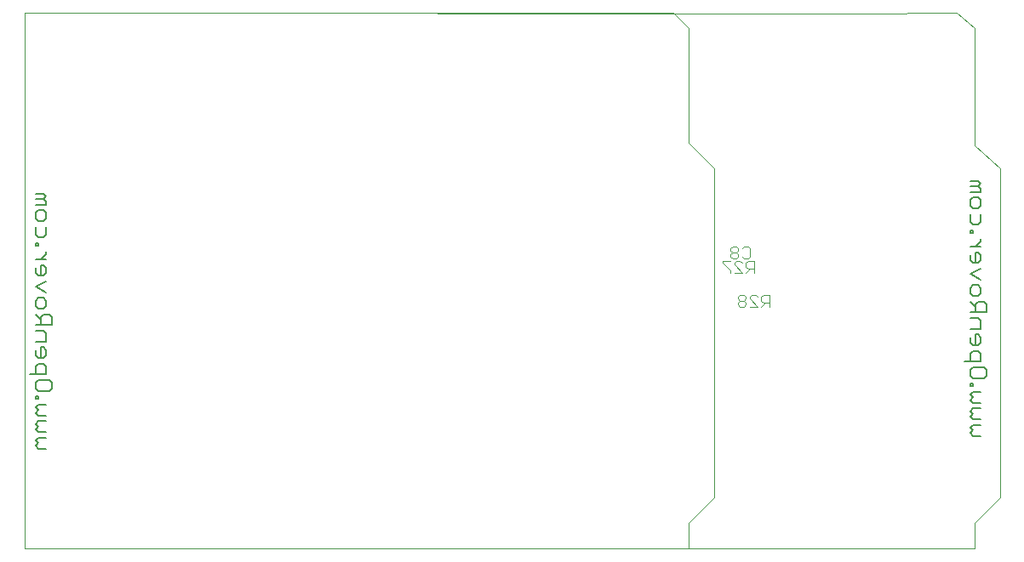
<source format=gbo>
G75*
%MOIN*%
%OFA0B0*%
%FSLAX25Y25*%
%IPPOS*%
%LPD*%
%AMOC8*
5,1,8,0,0,1.08239X$1,22.5*
%
%ADD10C,0.00000*%
%ADD11C,0.00600*%
%ADD12C,0.00400*%
D10*
X0005000Y0005000D02*
X0005000Y0215000D01*
X0259000Y0215000D01*
X0265000Y0209000D01*
X0265000Y0164000D01*
X0275000Y0154000D01*
X0275000Y0025000D01*
X0265000Y0015000D01*
X0265000Y0005000D01*
X0005000Y0005000D01*
X0005000Y0215000D01*
X0330921Y0214701D01*
X0370000Y0215000D01*
X0377000Y0209000D01*
X0377000Y0163000D01*
X0387000Y0154000D01*
X0387000Y0025000D01*
X0377000Y0015000D01*
X0377000Y0005000D01*
X0005000Y0005000D01*
D11*
X0010368Y0044246D02*
X0009300Y0045314D01*
X0010368Y0046381D01*
X0009300Y0047449D01*
X0010368Y0048516D01*
X0013570Y0048516D01*
X0013570Y0050692D02*
X0010368Y0050692D01*
X0009300Y0051759D01*
X0010368Y0052827D01*
X0009300Y0053894D01*
X0010368Y0054962D01*
X0013570Y0054962D01*
X0013570Y0057137D02*
X0010368Y0057137D01*
X0009300Y0058205D01*
X0010368Y0059272D01*
X0009300Y0060340D01*
X0010368Y0061407D01*
X0013570Y0061407D01*
X0010368Y0063583D02*
X0010368Y0064650D01*
X0009300Y0064650D01*
X0009300Y0063583D01*
X0010368Y0063583D01*
X0010368Y0066805D02*
X0009300Y0067873D01*
X0009300Y0070008D01*
X0010368Y0071076D01*
X0014638Y0071076D01*
X0015705Y0070008D01*
X0015705Y0067873D01*
X0014638Y0066805D01*
X0010368Y0066805D01*
X0009300Y0073251D02*
X0009300Y0076454D01*
X0010368Y0077521D01*
X0012503Y0077521D01*
X0013570Y0076454D01*
X0013570Y0073251D01*
X0007165Y0073251D01*
X0010368Y0079696D02*
X0012503Y0079696D01*
X0013570Y0080764D01*
X0013570Y0082899D01*
X0012503Y0083967D01*
X0011435Y0083967D01*
X0011435Y0079696D01*
X0010368Y0079696D02*
X0009300Y0080764D01*
X0009300Y0082899D01*
X0009300Y0086142D02*
X0013570Y0086142D01*
X0013570Y0089345D01*
X0012503Y0090412D01*
X0009300Y0090412D01*
X0009300Y0092587D02*
X0015705Y0092587D01*
X0015705Y0095790D01*
X0014638Y0096858D01*
X0012503Y0096858D01*
X0011435Y0095790D01*
X0011435Y0092587D01*
X0011435Y0094722D02*
X0009300Y0096858D01*
X0010368Y0099033D02*
X0009300Y0100100D01*
X0009300Y0102236D01*
X0010368Y0103303D01*
X0012503Y0103303D01*
X0013570Y0102236D01*
X0013570Y0100100D01*
X0012503Y0099033D01*
X0010368Y0099033D01*
X0013570Y0105478D02*
X0009300Y0107613D01*
X0013570Y0109749D01*
X0012503Y0111924D02*
X0010368Y0111924D01*
X0009300Y0112991D01*
X0009300Y0115127D01*
X0011435Y0116194D02*
X0011435Y0111924D01*
X0012503Y0111924D02*
X0013570Y0112991D01*
X0013570Y0115127D01*
X0012503Y0116194D01*
X0011435Y0116194D01*
X0011435Y0118369D02*
X0013570Y0120504D01*
X0013570Y0121572D01*
X0010368Y0123741D02*
X0010368Y0124808D01*
X0009300Y0124808D01*
X0009300Y0123741D01*
X0010368Y0123741D01*
X0010368Y0126963D02*
X0009300Y0128031D01*
X0009300Y0131234D01*
X0010368Y0133409D02*
X0009300Y0134476D01*
X0009300Y0136612D01*
X0010368Y0137679D01*
X0012503Y0137679D01*
X0013570Y0136612D01*
X0013570Y0134476D01*
X0012503Y0133409D01*
X0010368Y0133409D01*
X0013570Y0131234D02*
X0013570Y0128031D01*
X0012503Y0126963D01*
X0010368Y0126963D01*
X0009300Y0118369D02*
X0013570Y0118369D01*
X0013570Y0139854D02*
X0009300Y0139854D01*
X0009300Y0141989D02*
X0012503Y0141989D01*
X0013570Y0143057D01*
X0012503Y0144125D01*
X0009300Y0144125D01*
X0012503Y0141989D02*
X0013570Y0140922D01*
X0013570Y0139854D01*
X0013570Y0044246D02*
X0010368Y0044246D01*
X0373165Y0078251D02*
X0379570Y0078251D01*
X0379570Y0081454D01*
X0378503Y0082521D01*
X0376368Y0082521D01*
X0375300Y0081454D01*
X0375300Y0078251D01*
X0376368Y0076076D02*
X0380638Y0076076D01*
X0381705Y0075008D01*
X0381705Y0072873D01*
X0380638Y0071805D01*
X0376368Y0071805D01*
X0375300Y0072873D01*
X0375300Y0075008D01*
X0376368Y0076076D01*
X0376368Y0069650D02*
X0375300Y0069650D01*
X0375300Y0068583D01*
X0376368Y0068583D01*
X0376368Y0069650D01*
X0376368Y0066407D02*
X0379570Y0066407D01*
X0376368Y0066407D02*
X0375300Y0065340D01*
X0376368Y0064272D01*
X0375300Y0063205D01*
X0376368Y0062137D01*
X0379570Y0062137D01*
X0379570Y0059962D02*
X0376368Y0059962D01*
X0375300Y0058894D01*
X0376368Y0057827D01*
X0375300Y0056759D01*
X0376368Y0055692D01*
X0379570Y0055692D01*
X0379570Y0053516D02*
X0376368Y0053516D01*
X0375300Y0052449D01*
X0376368Y0051381D01*
X0375300Y0050314D01*
X0376368Y0049246D01*
X0379570Y0049246D01*
X0378503Y0084696D02*
X0376368Y0084696D01*
X0375300Y0085764D01*
X0375300Y0087899D01*
X0377435Y0088967D02*
X0377435Y0084696D01*
X0378503Y0084696D02*
X0379570Y0085764D01*
X0379570Y0087899D01*
X0378503Y0088967D01*
X0377435Y0088967D01*
X0375300Y0091142D02*
X0379570Y0091142D01*
X0379570Y0094345D01*
X0378503Y0095412D01*
X0375300Y0095412D01*
X0375300Y0097587D02*
X0381705Y0097587D01*
X0381705Y0100790D01*
X0380638Y0101858D01*
X0378503Y0101858D01*
X0377435Y0100790D01*
X0377435Y0097587D01*
X0377435Y0099722D02*
X0375300Y0101858D01*
X0376368Y0104033D02*
X0375300Y0105100D01*
X0375300Y0107236D01*
X0376368Y0108303D01*
X0378503Y0108303D01*
X0379570Y0107236D01*
X0379570Y0105100D01*
X0378503Y0104033D01*
X0376368Y0104033D01*
X0379570Y0110478D02*
X0375300Y0112613D01*
X0379570Y0114749D01*
X0378503Y0116924D02*
X0376368Y0116924D01*
X0375300Y0117991D01*
X0375300Y0120127D01*
X0377435Y0121194D02*
X0377435Y0116924D01*
X0378503Y0116924D02*
X0379570Y0117991D01*
X0379570Y0120127D01*
X0378503Y0121194D01*
X0377435Y0121194D01*
X0377435Y0123369D02*
X0379570Y0125504D01*
X0379570Y0126572D01*
X0376368Y0128741D02*
X0376368Y0129808D01*
X0375300Y0129808D01*
X0375300Y0128741D01*
X0376368Y0128741D01*
X0376368Y0131963D02*
X0375300Y0133031D01*
X0375300Y0136234D01*
X0376368Y0138409D02*
X0375300Y0139476D01*
X0375300Y0141612D01*
X0376368Y0142679D01*
X0378503Y0142679D01*
X0379570Y0141612D01*
X0379570Y0139476D01*
X0378503Y0138409D01*
X0376368Y0138409D01*
X0379570Y0136234D02*
X0379570Y0133031D01*
X0378503Y0131963D01*
X0376368Y0131963D01*
X0375300Y0123369D02*
X0379570Y0123369D01*
X0379570Y0144854D02*
X0375300Y0144854D01*
X0375300Y0146989D02*
X0378503Y0146989D01*
X0379570Y0148057D01*
X0378503Y0149125D01*
X0375300Y0149125D01*
X0378503Y0146989D02*
X0379570Y0145922D01*
X0379570Y0144854D01*
D12*
X0296666Y0104493D02*
X0296666Y0099889D01*
X0296666Y0101424D02*
X0294364Y0101424D01*
X0293597Y0102191D01*
X0293597Y0103726D01*
X0294364Y0104493D01*
X0296666Y0104493D01*
X0292062Y0103726D02*
X0291295Y0104493D01*
X0289760Y0104493D01*
X0288993Y0103726D01*
X0288993Y0102958D01*
X0292062Y0099889D01*
X0288993Y0099889D01*
X0287458Y0100656D02*
X0287458Y0101424D01*
X0286691Y0102191D01*
X0285156Y0102191D01*
X0284389Y0101424D01*
X0284389Y0100656D01*
X0285156Y0099889D01*
X0286691Y0099889D01*
X0287458Y0100656D01*
X0286691Y0102191D02*
X0287458Y0102958D01*
X0287458Y0103726D01*
X0286691Y0104493D01*
X0285156Y0104493D01*
X0284389Y0103726D01*
X0284389Y0102958D01*
X0285156Y0102191D01*
X0293597Y0099889D02*
X0295132Y0101424D01*
X0290631Y0113220D02*
X0290631Y0117824D01*
X0288329Y0117824D01*
X0287561Y0117056D01*
X0287561Y0115522D01*
X0288329Y0114754D01*
X0290631Y0114754D01*
X0289096Y0114754D02*
X0287561Y0113220D01*
X0286027Y0113220D02*
X0282958Y0116289D01*
X0282958Y0117056D01*
X0283725Y0117824D01*
X0285259Y0117824D01*
X0286027Y0117056D01*
X0286895Y0118771D02*
X0286128Y0119538D01*
X0286895Y0118771D02*
X0288430Y0118771D01*
X0289197Y0119538D01*
X0289197Y0122607D01*
X0288430Y0123375D01*
X0286895Y0123375D01*
X0286128Y0122607D01*
X0284593Y0122607D02*
X0284593Y0121840D01*
X0283826Y0121073D01*
X0282291Y0121073D01*
X0281524Y0120305D01*
X0281524Y0119538D01*
X0282291Y0118771D01*
X0283826Y0118771D01*
X0284593Y0119538D01*
X0284593Y0120305D01*
X0283826Y0121073D01*
X0282291Y0121073D02*
X0281524Y0121840D01*
X0281524Y0122607D01*
X0282291Y0123375D01*
X0283826Y0123375D01*
X0284593Y0122607D01*
X0281423Y0117824D02*
X0278354Y0117824D01*
X0278354Y0117056D01*
X0281423Y0113987D01*
X0281423Y0113220D01*
X0282958Y0113220D02*
X0286027Y0113220D01*
M02*

</source>
